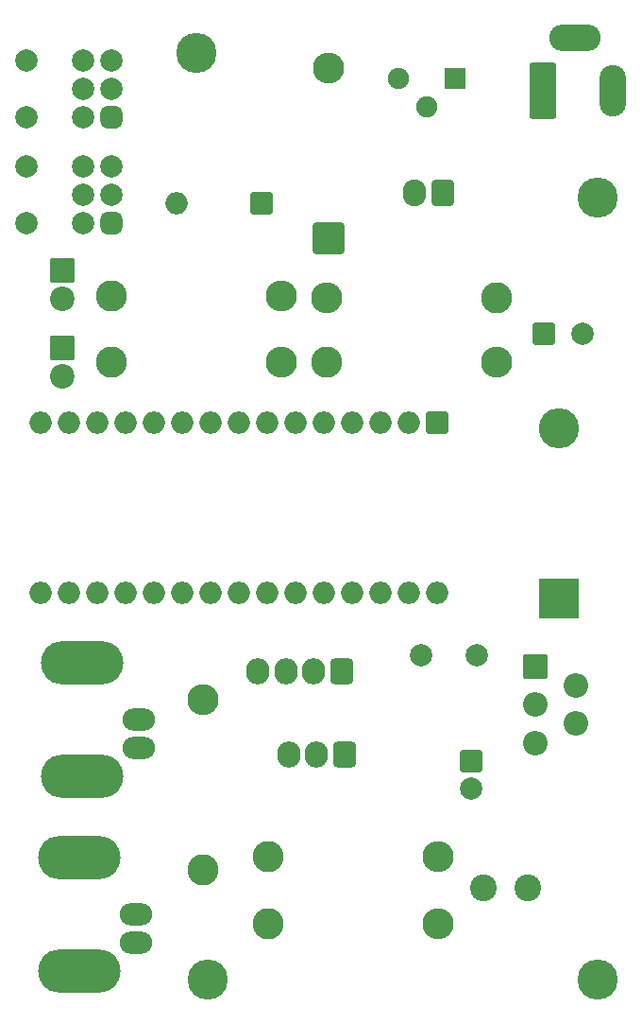
<source format=gbr>
G04 #@! TF.GenerationSoftware,KiCad,Pcbnew,6.0.7-f9a2dced07~116~ubuntu20.04.1*
G04 #@! TF.CreationDate,2022-10-13T01:02:26+01:00*
G04 #@! TF.ProjectId,OpenSpritzer_1.4,4f70656e-5370-4726-9974-7a65725f312e,rev?*
G04 #@! TF.SameCoordinates,Original*
G04 #@! TF.FileFunction,Soldermask,Bot*
G04 #@! TF.FilePolarity,Negative*
%FSLAX46Y46*%
G04 Gerber Fmt 4.6, Leading zero omitted, Abs format (unit mm)*
G04 Created by KiCad (PCBNEW 6.0.7-f9a2dced07~116~ubuntu20.04.1) date 2022-10-13 01:02:26*
%MOMM*%
%LPD*%
G01*
G04 APERTURE LIST*
G04 Aperture macros list*
%AMRoundRect*
0 Rectangle with rounded corners*
0 $1 Rounding radius*
0 $2 $3 $4 $5 $6 $7 $8 $9 X,Y pos of 4 corners*
0 Add a 4 corners polygon primitive as box body*
4,1,4,$2,$3,$4,$5,$6,$7,$8,$9,$2,$3,0*
0 Add four circle primitives for the rounded corners*
1,1,$1+$1,$2,$3*
1,1,$1+$1,$4,$5*
1,1,$1+$1,$6,$7*
1,1,$1+$1,$8,$9*
0 Add four rect primitives between the rounded corners*
20,1,$1+$1,$2,$3,$4,$5,0*
20,1,$1+$1,$4,$5,$6,$7,0*
20,1,$1+$1,$6,$7,$8,$9,0*
20,1,$1+$1,$8,$9,$2,$3,0*%
G04 Aperture macros list end*
%ADD10RoundRect,0.200000X-0.800000X0.800000X-0.800000X-0.800000X0.800000X-0.800000X0.800000X0.800000X0*%
%ADD11O,2.000000X2.000000*%
%ADD12RoundRect,0.200000X0.800000X0.800000X-0.800000X0.800000X-0.800000X-0.800000X0.800000X-0.800000X0*%
%ADD13O,2.900000X2.000000*%
%ADD14O,7.400000X3.900000*%
%ADD15RoundRect,0.450000X0.600000X0.750000X-0.600000X0.750000X-0.600000X-0.750000X0.600000X-0.750000X0*%
%ADD16O,2.100000X2.400000*%
%ADD17C,2.800000*%
%ADD18O,2.800000X2.800000*%
%ADD19C,2.000000*%
%ADD20RoundRect,0.600000X-0.400000X-0.400000X0.400000X-0.400000X0.400000X0.400000X-0.400000X0.400000X0*%
%ADD21RoundRect,0.200000X1.600000X-1.600000X1.600000X1.600000X-1.600000X1.600000X-1.600000X-1.600000X0*%
%ADD22O,3.600000X3.600000*%
%ADD23C,2.400000*%
%ADD24RoundRect,0.200000X-0.900000X0.900000X-0.900000X-0.900000X0.900000X-0.900000X0.900000X0.900000X0*%
%ADD25O,2.200000X2.200000*%
%ADD26RoundRect,0.200000X1.000000X-2.300000X1.000000X2.300000X-1.000000X2.300000X-1.000000X-2.300000X0*%
%ADD27O,2.400000X4.600000*%
%ADD28O,4.600000X2.400000*%
%ADD29C,3.600000*%
%ADD30C,2.200000*%
%ADD31RoundRect,0.200000X-0.800000X-0.800000X0.800000X-0.800000X0.800000X0.800000X-0.800000X0.800000X0*%
%ADD32RoundRect,0.200000X0.750000X0.750000X-0.750000X0.750000X-0.750000X-0.750000X0.750000X-0.750000X0*%
%ADD33C,1.900000*%
%ADD34RoundRect,0.450000X0.600000X0.725000X-0.600000X0.725000X-0.600000X-0.725000X0.600000X-0.725000X0*%
%ADD35O,2.100000X2.350000*%
%ADD36RoundRect,0.200000X1.200000X-1.200000X1.200000X1.200000X-1.200000X1.200000X-1.200000X-1.200000X0*%
G04 APERTURE END LIST*
D10*
X135550000Y-113090000D03*
D11*
X133010000Y-113090000D03*
X130470000Y-113090000D03*
X127930000Y-113090000D03*
X125390000Y-113090000D03*
X122850000Y-113090000D03*
X120310000Y-113090000D03*
X117770000Y-113090000D03*
X115230000Y-113090000D03*
X112690000Y-113090000D03*
X110150000Y-113090000D03*
X107610000Y-113090000D03*
X105070000Y-113090000D03*
X102530000Y-113090000D03*
X99990000Y-113090000D03*
X99990000Y-128330000D03*
X102530000Y-128330000D03*
X105070000Y-128330000D03*
X107610000Y-128330000D03*
X110150000Y-128330000D03*
X112690000Y-128330000D03*
X115230000Y-128330000D03*
X117770000Y-128330000D03*
X120310000Y-128330000D03*
X122850000Y-128330000D03*
X125390000Y-128330000D03*
X127930000Y-128330000D03*
X130470000Y-128330000D03*
X133010000Y-128330000D03*
X135550000Y-128330000D03*
D12*
X119825000Y-93450000D03*
D11*
X112205000Y-93450000D03*
D13*
X108550000Y-157150000D03*
X108550000Y-159690000D03*
D14*
X103470000Y-162230000D03*
X103470000Y-152070000D03*
D15*
X136050000Y-92475000D03*
D16*
X133550000Y-92475000D03*
D17*
X114600000Y-153170000D03*
D18*
X114600000Y-137930000D03*
D17*
X106380000Y-107700000D03*
D18*
X121620000Y-107700000D03*
D17*
X120380000Y-151950000D03*
D18*
X135620000Y-151950000D03*
D17*
X125630000Y-107700000D03*
D18*
X140870000Y-107700000D03*
D17*
X120380000Y-157950000D03*
D18*
X135620000Y-157950000D03*
D17*
X140870000Y-101950000D03*
D18*
X125630000Y-101950000D03*
D19*
X98740000Y-95240000D03*
X98740000Y-90160000D03*
D20*
X106360000Y-95240000D03*
D19*
X106360000Y-92700000D03*
X106360000Y-90160000D03*
X103820000Y-95240000D03*
X103820000Y-92700000D03*
X103820000Y-90160000D03*
D21*
X146500000Y-128870000D03*
D22*
X146500000Y-113630000D03*
D23*
X139700000Y-154750000D03*
X143700000Y-154750000D03*
D24*
X144350000Y-134950000D03*
D25*
X148050000Y-136650000D03*
X144350000Y-138350000D03*
X148050000Y-140050000D03*
X144350000Y-141750000D03*
D13*
X108800000Y-139700000D03*
D14*
X103720000Y-134620000D03*
D13*
X108800000Y-142240000D03*
D14*
X103720000Y-144780000D03*
D26*
X145050000Y-83400000D03*
D27*
X151350000Y-83400000D03*
D28*
X147950000Y-78600000D03*
D29*
X115000000Y-162950000D03*
D24*
X101975000Y-106425000D03*
D30*
X101975000Y-108965000D03*
D31*
X145147349Y-105150000D03*
D19*
X148647349Y-105150000D03*
D32*
X137150000Y-82300000D03*
D33*
X134610000Y-84840000D03*
X132070000Y-82300000D03*
D19*
X98740000Y-80660000D03*
X98740000Y-85740000D03*
D20*
X106360000Y-85740000D03*
D19*
X106360000Y-83200000D03*
X106360000Y-80660000D03*
X103820000Y-85740000D03*
X103820000Y-83200000D03*
X103820000Y-80660000D03*
D34*
X127000000Y-135325000D03*
D35*
X124500000Y-135325000D03*
X122000000Y-135325000D03*
X119500000Y-135325000D03*
D36*
X125800000Y-96570000D03*
D18*
X125800000Y-81330000D03*
D17*
X106380000Y-101700000D03*
D18*
X121620000Y-101700000D03*
D10*
X138600000Y-143367621D03*
D19*
X138600000Y-145867621D03*
D29*
X150000000Y-92950000D03*
X150000000Y-162950000D03*
X114000000Y-79950000D03*
D24*
X101975000Y-99425000D03*
D30*
X101975000Y-101965000D03*
D19*
X134100000Y-133950000D03*
X139100000Y-133950000D03*
D34*
X127250000Y-142825000D03*
D35*
X124750000Y-142825000D03*
X122250000Y-142825000D03*
M02*

</source>
